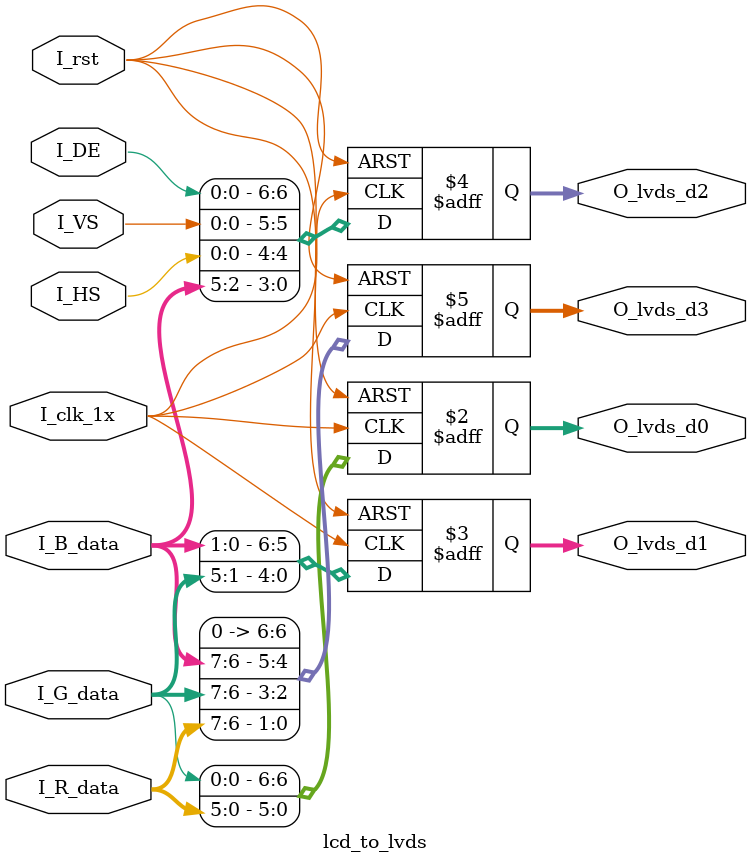
<source format=v>
module lcd_to_lvds#(
    parameter PROTOCOL = "VESA" // 协议：JEIDA、VESA
)(    
    input                     I_rst,
    input                     I_clk_1x,

    input           [7:0]     I_R_data,
    input           [7:0]     I_G_data,
    input           [7:0]     I_B_data,
    input                     I_DE,
    input                     I_VS,
    input                     I_HS,

    output    reg	 [6:0]    O_lvds_d0,
    output    reg	 [6:0]    O_lvds_d1,
    output    reg	 [6:0]    O_lvds_d2,
    output    reg	 [6:0]    O_lvds_d3
);

  
    localparam NA = 0;    

    	// 协议处理
	generate    
    
		always @(posedge I_clk_1x or posedge I_rst) begin
		    if (I_rst) 
            	begin
		        	O_lvds_d0 <= 'b0;
		        	O_lvds_d1 <= 'b0;
		        	O_lvds_d2 <= 'b0;
		        	O_lvds_d3 <= 'b0;
		    	end 
            else if(PROTOCOL == "VESA") 
            	begin
		        	O_lvds_d0 <= {I_G_data[0],I_R_data[5:0]};
		        	O_lvds_d1 <= {I_B_data[1],I_B_data[0],I_G_data[5],I_G_data[4],I_G_data[3],I_G_data[2],I_G_data[1]};
		        	O_lvds_d2 <= {I_DE,I_VS,I_HS,I_B_data[5],I_B_data[4],I_B_data[3],I_B_data[2]};
		        	O_lvds_d3 <= {NA,I_B_data[7],I_B_data[6],I_G_data[7],I_G_data[6],I_R_data[7],I_R_data[6]};
		    	end
            else if(PROTOCOL == "JEIDA") 
            	begin
		        	O_lvds_d0 <= {I_G_data[2],I_R_data[7:2]};
		        	O_lvds_d1 <= {I_B_data[3:2],I_G_data[7:3]};
		        	O_lvds_d2 <= {I_DE,I_VS,I_HS,I_B_data[7:4]};
		        	O_lvds_d3 <= {NA,I_B_data[1:0],I_G_data[1:0],I_R_data[1:0]};
		    	end    
               
		end
    
	endgenerate    


endmodule

</source>
